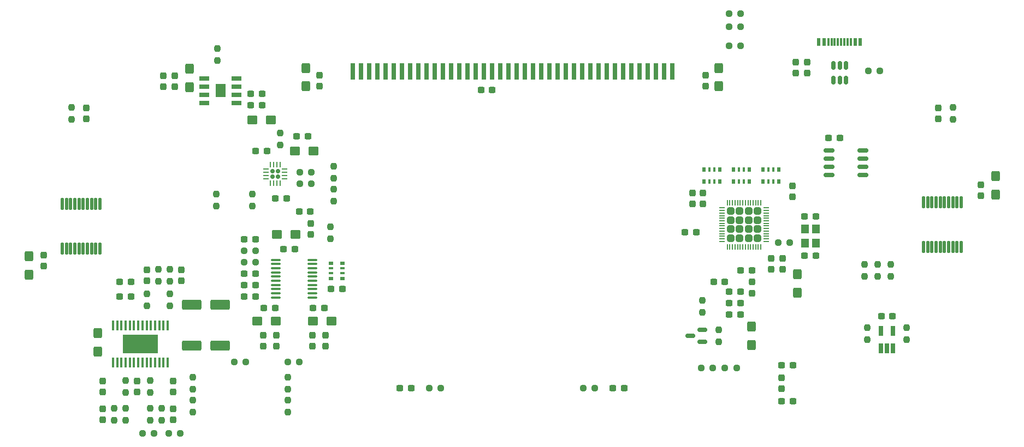
<source format=gbp>
%TF.GenerationSoftware,KiCad,Pcbnew,(6.0.7)*%
%TF.CreationDate,2023-03-31T21:06:09+02:00*%
%TF.ProjectId,airboy,61697262-6f79-42e6-9b69-6361645f7063,rev?*%
%TF.SameCoordinates,Original*%
%TF.FileFunction,Paste,Bot*%
%TF.FilePolarity,Positive*%
%FSLAX46Y46*%
G04 Gerber Fmt 4.6, Leading zero omitted, Abs format (unit mm)*
G04 Created by KiCad (PCBNEW (6.0.7)) date 2023-03-31 21:06:09*
%MOMM*%
%LPD*%
G01*
G04 APERTURE LIST*
G04 Aperture macros list*
%AMRoundRect*
0 Rectangle with rounded corners*
0 $1 Rounding radius*
0 $2 $3 $4 $5 $6 $7 $8 $9 X,Y pos of 4 corners*
0 Add a 4 corners polygon primitive as box body*
4,1,4,$2,$3,$4,$5,$6,$7,$8,$9,$2,$3,0*
0 Add four circle primitives for the rounded corners*
1,1,$1+$1,$2,$3*
1,1,$1+$1,$4,$5*
1,1,$1+$1,$6,$7*
1,1,$1+$1,$8,$9*
0 Add four rect primitives between the rounded corners*
20,1,$1+$1,$2,$3,$4,$5,0*
20,1,$1+$1,$4,$5,$6,$7,0*
20,1,$1+$1,$6,$7,$8,$9,0*
20,1,$1+$1,$8,$9,$2,$3,0*%
G04 Aperture macros list end*
%ADD10RoundRect,0.237500X0.300000X0.237500X-0.300000X0.237500X-0.300000X-0.237500X0.300000X-0.237500X0*%
%ADD11RoundRect,0.237500X-0.237500X0.287500X-0.237500X-0.287500X0.237500X-0.287500X0.237500X0.287500X0*%
%ADD12RoundRect,0.237500X-0.250000X-0.237500X0.250000X-0.237500X0.250000X0.237500X-0.250000X0.237500X0*%
%ADD13RoundRect,0.237500X0.237500X-0.250000X0.237500X0.250000X-0.237500X0.250000X-0.237500X-0.250000X0*%
%ADD14R,0.450000X1.500000*%
%ADD15R,5.500000X3.000000*%
%ADD16RoundRect,0.237500X-0.300000X-0.237500X0.300000X-0.237500X0.300000X0.237500X-0.300000X0.237500X0*%
%ADD17RoundRect,0.237500X-0.237500X0.250000X-0.237500X-0.250000X0.237500X-0.250000X0.237500X0.250000X0*%
%ADD18RoundRect,0.237500X0.250000X0.237500X-0.250000X0.237500X-0.250000X-0.237500X0.250000X-0.237500X0*%
%ADD19RoundRect,0.250000X0.425000X-0.537500X0.425000X0.537500X-0.425000X0.537500X-0.425000X-0.537500X0*%
%ADD20RoundRect,0.237500X0.237500X-0.300000X0.237500X0.300000X-0.237500X0.300000X-0.237500X-0.300000X0*%
%ADD21RoundRect,0.237500X-0.237500X0.300000X-0.237500X-0.300000X0.237500X-0.300000X0.237500X0.300000X0*%
%ADD22RoundRect,0.250000X0.315000X-0.315000X0.315000X0.315000X-0.315000X0.315000X-0.315000X-0.315000X0*%
%ADD23RoundRect,0.050000X0.050000X-0.387500X0.050000X0.387500X-0.050000X0.387500X-0.050000X-0.387500X0*%
%ADD24RoundRect,0.050000X0.387500X-0.050000X0.387500X0.050000X-0.387500X0.050000X-0.387500X-0.050000X0*%
%ADD25RoundRect,0.100000X-0.637500X-0.100000X0.637500X-0.100000X0.637500X0.100000X-0.637500X0.100000X0*%
%ADD26RoundRect,0.237500X0.237500X-0.287500X0.237500X0.287500X-0.237500X0.287500X-0.237500X-0.287500X0*%
%ADD27RoundRect,0.125000X-0.125000X0.825000X-0.125000X-0.825000X0.125000X-0.825000X0.125000X0.825000X0*%
%ADD28R,0.600000X1.160000*%
%ADD29R,0.300000X1.160000*%
%ADD30RoundRect,0.125000X0.125000X-0.825000X0.125000X0.825000X-0.125000X0.825000X-0.125000X-0.825000X0*%
%ADD31R,0.800000X0.500000*%
%ADD32R,0.800000X0.400000*%
%ADD33RoundRect,0.150000X-0.150000X0.512500X-0.150000X-0.512500X0.150000X-0.512500X0.150000X0.512500X0*%
%ADD34R,0.800000X2.500000*%
%ADD35R,0.500000X0.800000*%
%ADD36R,0.400000X0.800000*%
%ADD37RoundRect,0.250000X-1.250000X-0.550000X1.250000X-0.550000X1.250000X0.550000X-1.250000X0.550000X0*%
%ADD38RoundRect,0.250000X-0.537500X-0.425000X0.537500X-0.425000X0.537500X0.425000X-0.537500X0.425000X0*%
%ADD39RoundRect,0.160000X0.160000X-0.160000X0.160000X0.160000X-0.160000X0.160000X-0.160000X-0.160000X0*%
%ADD40RoundRect,0.062500X0.062500X-0.375000X0.062500X0.375000X-0.062500X0.375000X-0.062500X-0.375000X0*%
%ADD41RoundRect,0.062500X0.375000X-0.062500X0.375000X0.062500X-0.375000X0.062500X-0.375000X-0.062500X0*%
%ADD42RoundRect,0.250000X0.537500X0.425000X-0.537500X0.425000X-0.537500X-0.425000X0.537500X-0.425000X0*%
%ADD43R,0.650000X1.560000*%
%ADD44RoundRect,0.250000X-0.425000X0.537500X-0.425000X-0.537500X0.425000X-0.537500X0.425000X0.537500X0*%
%ADD45R,1.505000X0.802000*%
%ADD46R,1.567800X2.101200*%
%ADD47RoundRect,0.150000X0.587500X0.150000X-0.587500X0.150000X-0.587500X-0.150000X0.587500X-0.150000X0*%
%ADD48RoundRect,0.150000X0.675000X0.150000X-0.675000X0.150000X-0.675000X-0.150000X0.675000X-0.150000X0*%
%ADD49R,1.200000X1.400000*%
G04 APERTURE END LIST*
D10*
%TO.C,C52*%
X112368500Y-74930000D03*
X110643500Y-74930000D03*
%TD*%
D11*
%TO.C,L2*%
X192938400Y-117235000D03*
X192938400Y-118985000D03*
%TD*%
D10*
%TO.C,C12*%
X194664500Y-115316000D03*
X192939500Y-115316000D03*
%TD*%
D12*
%TO.C,R8*%
X192381500Y-96266000D03*
X194206500Y-96266000D03*
%TD*%
D13*
%TO.C,R35*%
X115189000Y-81100300D03*
X115189000Y-79275300D03*
%TD*%
D14*
%TO.C,U7*%
X89279400Y-109107400D03*
X89929400Y-109107400D03*
X90579400Y-109107400D03*
X91229400Y-109107400D03*
X91879400Y-109107400D03*
X92529400Y-109107400D03*
X93179400Y-109107400D03*
X93829400Y-109107400D03*
X94479400Y-109107400D03*
X95129400Y-109107400D03*
X95779400Y-109107400D03*
X96429400Y-109107400D03*
X97079400Y-109107400D03*
X97729400Y-109107400D03*
X97729400Y-114907400D03*
X97079400Y-114907400D03*
X96429400Y-114907400D03*
X95779400Y-114907400D03*
X95129400Y-114907400D03*
X94479400Y-114907400D03*
X93829400Y-114907400D03*
X93179400Y-114907400D03*
X92529400Y-114907400D03*
X91879400Y-114907400D03*
X91229400Y-114907400D03*
X90579400Y-114907400D03*
X89929400Y-114907400D03*
X89279400Y-114907400D03*
D15*
X93504400Y-112007400D03*
%TD*%
D10*
%TO.C,C10*%
X179678500Y-94615000D03*
X177953500Y-94615000D03*
%TD*%
D16*
%TO.C,C53*%
X110643500Y-73152000D03*
X112368500Y-73152000D03*
%TD*%
D17*
%TO.C,R13*%
X116332000Y-117197500D03*
X116332000Y-119022500D03*
%TD*%
D18*
%TO.C,R23*%
X111402500Y-97536000D03*
X109577500Y-97536000D03*
%TD*%
D19*
%TO.C,C69*%
X183134000Y-71998700D03*
X183134000Y-69123700D03*
%TD*%
D16*
%TO.C,C33*%
X123089500Y-103479600D03*
X124814500Y-103479600D03*
%TD*%
D18*
%TO.C,R24*%
X99718500Y-125878000D03*
X97893500Y-125878000D03*
%TD*%
D10*
%TO.C,C15*%
X198220500Y-92202000D03*
X196495500Y-92202000D03*
%TD*%
D20*
%TO.C,C45*%
X87630000Y-123798500D03*
X87630000Y-122073500D03*
%TD*%
D12*
%TO.C,R47*%
X116332000Y-114808000D03*
X118157000Y-114808000D03*
%TD*%
D10*
%TO.C,C3*%
X186536500Y-107442000D03*
X184811500Y-107442000D03*
%TD*%
D17*
%TO.C,R48*%
X105410000Y-66143500D03*
X105410000Y-67968500D03*
%TD*%
D10*
%TO.C,C35*%
X109627500Y-95758000D03*
X111352500Y-95758000D03*
%TD*%
D17*
%TO.C,R4*%
X180594000Y-105259500D03*
X180594000Y-107084500D03*
%TD*%
D20*
%TO.C,C39*%
X92964000Y-119480500D03*
X92964000Y-117755500D03*
%TD*%
D21*
%TO.C,C21*%
X78486000Y-98197500D03*
X78486000Y-99922500D03*
%TD*%
D20*
%TO.C,C66*%
X121285000Y-71982500D03*
X121285000Y-70257500D03*
%TD*%
%TO.C,C58*%
X195072000Y-69950500D03*
X195072000Y-68225500D03*
%TD*%
D12*
%TO.C,R6*%
X162155500Y-118872000D03*
X163980500Y-118872000D03*
%TD*%
D22*
%TO.C,U2*%
X189200000Y-91372000D03*
X185000000Y-92772000D03*
X189200000Y-95572000D03*
X185000000Y-94172000D03*
X186400000Y-92772000D03*
X189200000Y-94172000D03*
X185000000Y-91372000D03*
X189200000Y-92772000D03*
X185000000Y-95572000D03*
X186400000Y-94172000D03*
X186400000Y-91372000D03*
X186400000Y-95572000D03*
X187800000Y-95572000D03*
X187800000Y-91372000D03*
X187800000Y-92772000D03*
X187800000Y-94172000D03*
D23*
X189700000Y-96909500D03*
X189300000Y-96909500D03*
X188900000Y-96909500D03*
X188500000Y-96909500D03*
X188100000Y-96909500D03*
X187700000Y-96909500D03*
X187300000Y-96909500D03*
X186900000Y-96909500D03*
X186500000Y-96909500D03*
X186100000Y-96909500D03*
X185700000Y-96909500D03*
X185300000Y-96909500D03*
X184900000Y-96909500D03*
X184500000Y-96909500D03*
D24*
X183662500Y-96072000D03*
X183662500Y-95672000D03*
X183662500Y-95272000D03*
X183662500Y-94872000D03*
X183662500Y-94472000D03*
X183662500Y-94072000D03*
X183662500Y-93672000D03*
X183662500Y-93272000D03*
X183662500Y-92872000D03*
X183662500Y-92472000D03*
X183662500Y-92072000D03*
X183662500Y-91672000D03*
X183662500Y-91272000D03*
X183662500Y-90872000D03*
D23*
X184500000Y-90034500D03*
X184900000Y-90034500D03*
X185300000Y-90034500D03*
X185700000Y-90034500D03*
X186100000Y-90034500D03*
X186500000Y-90034500D03*
X186900000Y-90034500D03*
X187300000Y-90034500D03*
X187700000Y-90034500D03*
X188100000Y-90034500D03*
X188500000Y-90034500D03*
X188900000Y-90034500D03*
X189300000Y-90034500D03*
X189700000Y-90034500D03*
D24*
X190537500Y-90872000D03*
X190537500Y-91272000D03*
X190537500Y-91672000D03*
X190537500Y-92072000D03*
X190537500Y-92472000D03*
X190537500Y-92872000D03*
X190537500Y-93272000D03*
X190537500Y-93672000D03*
X190537500Y-94072000D03*
X190537500Y-94472000D03*
X190537500Y-94872000D03*
X190537500Y-95272000D03*
X190537500Y-95672000D03*
X190537500Y-96072000D03*
%TD*%
D10*
%TO.C,C41*%
X92048500Y-104648000D03*
X90323500Y-104648000D03*
%TD*%
D25*
%TO.C,U6*%
X114485500Y-104779000D03*
X114485500Y-104129000D03*
X114485500Y-103479000D03*
X114485500Y-102829000D03*
X114485500Y-102179000D03*
X114485500Y-101529000D03*
X114485500Y-100879000D03*
X114485500Y-100229000D03*
X114485500Y-99579000D03*
X114485500Y-98929000D03*
X120210500Y-98929000D03*
X120210500Y-99579000D03*
X120210500Y-100229000D03*
X120210500Y-100879000D03*
X120210500Y-101529000D03*
X120210500Y-102179000D03*
X120210500Y-102829000D03*
X120210500Y-103479000D03*
X120210500Y-104129000D03*
X120210500Y-104779000D03*
%TD*%
D26*
%TO.C,FB2*%
X120142000Y-112381000D03*
X120142000Y-110631000D03*
%TD*%
D17*
%TO.C,R34*%
X110886000Y-88734500D03*
X110886000Y-90559500D03*
%TD*%
D13*
%TO.C,R20*%
X219456000Y-77112500D03*
X219456000Y-75287500D03*
%TD*%
D16*
%TO.C,C46*%
X117755500Y-79756000D03*
X119480500Y-79756000D03*
%TD*%
D18*
%TO.C,R22*%
X111402500Y-99314000D03*
X109577500Y-99314000D03*
%TD*%
D19*
%TO.C,C43*%
X86868000Y-113197500D03*
X86868000Y-110322500D03*
%TD*%
D27*
%TO.C,U4*%
X81403000Y-90226000D03*
X82053000Y-90226000D03*
X82703000Y-90226000D03*
X83353000Y-90226000D03*
X84003000Y-90226000D03*
X84653000Y-90226000D03*
X85303000Y-90226000D03*
X85953000Y-90226000D03*
X86603000Y-90226000D03*
X87253000Y-90226000D03*
X87253000Y-97226000D03*
X86603000Y-97226000D03*
X85953000Y-97226000D03*
X85303000Y-97226000D03*
X84653000Y-97226000D03*
X84003000Y-97226000D03*
X83353000Y-97226000D03*
X82703000Y-97226000D03*
X82053000Y-97226000D03*
X81403000Y-97226000D03*
%TD*%
D17*
%TO.C,R28*%
X91186000Y-117705500D03*
X91186000Y-119530500D03*
%TD*%
D16*
%TO.C,C14*%
X196495500Y-98298000D03*
X198220500Y-98298000D03*
%TD*%
D21*
%TO.C,C48*%
X196850000Y-68225500D03*
X196850000Y-69950500D03*
%TD*%
D28*
%TO.C,J6*%
X198700000Y-65085000D03*
X199500000Y-65085000D03*
D29*
X200650000Y-65085000D03*
X201650000Y-65085000D03*
X202150000Y-65085000D03*
X203150000Y-65085000D03*
D28*
X204300000Y-65085000D03*
X205100000Y-65085000D03*
X205100000Y-65085000D03*
X204300000Y-65085000D03*
D29*
X203650000Y-65085000D03*
X202650000Y-65085000D03*
X201150000Y-65085000D03*
X200150000Y-65085000D03*
D28*
X199500000Y-65085000D03*
X198700000Y-65085000D03*
%TD*%
D11*
%TO.C,FB3*%
X119888000Y-93257400D03*
X119888000Y-95007400D03*
%TD*%
D18*
%TO.C,R38*%
X186586500Y-60706000D03*
X184761500Y-60706000D03*
%TD*%
D30*
%TO.C,U5*%
X220766071Y-96972000D03*
X220116071Y-96972000D03*
X219466071Y-96972000D03*
X218816071Y-96972000D03*
X218166071Y-96972000D03*
X217516071Y-96972000D03*
X216866071Y-96972000D03*
X216216071Y-96972000D03*
X215566071Y-96972000D03*
X214916071Y-96972000D03*
X214916071Y-89972000D03*
X215566071Y-89972000D03*
X216216071Y-89972000D03*
X216866071Y-89972000D03*
X217516071Y-89972000D03*
X218166071Y-89972000D03*
X218816071Y-89972000D03*
X219466071Y-89972000D03*
X220116071Y-89972000D03*
X220766071Y-89972000D03*
%TD*%
D21*
%TO.C,C17*%
X179070000Y-88545500D03*
X179070000Y-90270500D03*
%TD*%
D26*
%TO.C,L1*%
X188341000Y-104112000D03*
X188341000Y-102362000D03*
%TD*%
D12*
%TO.C,R36*%
X206351500Y-69596000D03*
X208176500Y-69596000D03*
%TD*%
D17*
%TO.C,R14*%
X116332000Y-120753500D03*
X116332000Y-122578500D03*
%TD*%
D13*
%TO.C,R43*%
X123444000Y-86256500D03*
X123444000Y-84431500D03*
%TD*%
D17*
%TO.C,R29*%
X94996000Y-117705500D03*
X94996000Y-119530500D03*
%TD*%
D31*
%TO.C,RN4*%
X123052000Y-101834800D03*
D32*
X123052000Y-101034800D03*
X123052000Y-100234800D03*
D31*
X123052000Y-99434800D03*
X124852000Y-99434800D03*
D32*
X124852000Y-100234800D03*
X124852000Y-101034800D03*
D31*
X124852000Y-101834800D03*
%TD*%
D10*
%TO.C,C65*%
X119861500Y-91440000D03*
X118136500Y-91440000D03*
%TD*%
D20*
%TO.C,C64*%
X122174000Y-112368500D03*
X122174000Y-110643500D03*
%TD*%
D17*
%TO.C,R31*%
X94996000Y-122023500D03*
X94996000Y-123848500D03*
%TD*%
D33*
%TO.C,U9*%
X200980000Y-68712500D03*
X201930000Y-68712500D03*
X202880000Y-68712500D03*
X202880000Y-70987500D03*
X201930000Y-70987500D03*
X200980000Y-70987500D03*
%TD*%
D21*
%TO.C,C23*%
X217170000Y-75337500D03*
X217170000Y-77062500D03*
%TD*%
D19*
%TO.C,C20*%
X226060000Y-88813500D03*
X226060000Y-85938500D03*
%TD*%
D12*
%TO.C,R39*%
X184761500Y-65684400D03*
X186586500Y-65684400D03*
%TD*%
D17*
%TO.C,R41*%
X122936000Y-93829500D03*
X122936000Y-95654500D03*
%TD*%
D21*
%TO.C,C57*%
X98806000Y-70308300D03*
X98806000Y-72033300D03*
%TD*%
D20*
%TO.C,C59*%
X98552000Y-123798500D03*
X98552000Y-122073500D03*
%TD*%
D34*
%TO.C,J1*%
X175965000Y-69680000D03*
X174695000Y-69680000D03*
X173425000Y-69680000D03*
X172155000Y-69680000D03*
X170885000Y-69680000D03*
X169615000Y-69680000D03*
X168345000Y-69680000D03*
X167075000Y-69680000D03*
X165805000Y-69680000D03*
X164535000Y-69680000D03*
X163265000Y-69680000D03*
X161995000Y-69680000D03*
X160725000Y-69680000D03*
X159455000Y-69680000D03*
X158185000Y-69680000D03*
X156915000Y-69680000D03*
X155645000Y-69680000D03*
X154375000Y-69680000D03*
X153105000Y-69680000D03*
X151835000Y-69680000D03*
X150565000Y-69680000D03*
X149295000Y-69680000D03*
X148025000Y-69680000D03*
X146755000Y-69680000D03*
X145485000Y-69680000D03*
X144215000Y-69680000D03*
X142945000Y-69680000D03*
X141675000Y-69680000D03*
X140405000Y-69680000D03*
X139135000Y-69680000D03*
X137865000Y-69680000D03*
X136595000Y-69680000D03*
X135325000Y-69680000D03*
X134055000Y-69680000D03*
X132785000Y-69680000D03*
X131515000Y-69680000D03*
X130245000Y-69680000D03*
X128975000Y-69680000D03*
X127705000Y-69680000D03*
X126435000Y-69680000D03*
%TD*%
D35*
%TO.C,RN3*%
X190062000Y-84952000D03*
D36*
X190862000Y-84952000D03*
X191662000Y-84952000D03*
D35*
X192462000Y-84952000D03*
X192462000Y-86752000D03*
D36*
X191662000Y-86752000D03*
X190862000Y-86752000D03*
D35*
X190062000Y-86752000D03*
%TD*%
D17*
%TO.C,R15*%
X101600000Y-117197500D03*
X101600000Y-119022500D03*
%TD*%
D21*
%TO.C,C44*%
X98552000Y-117755500D03*
X98552000Y-119480500D03*
%TD*%
D10*
%TO.C,C36*%
X111352500Y-101092000D03*
X109627500Y-101092000D03*
%TD*%
D12*
%TO.C,R33*%
X118213500Y-85344000D03*
X120038500Y-85344000D03*
%TD*%
D13*
%TO.C,R42*%
X123444000Y-89812500D03*
X123444000Y-87987500D03*
%TD*%
D21*
%TO.C,C42*%
X87630000Y-117755500D03*
X87630000Y-119480500D03*
%TD*%
D19*
%TO.C,C56*%
X101092000Y-72100300D03*
X101092000Y-69225300D03*
%TD*%
D17*
%TO.C,R30*%
X91186000Y-122023500D03*
X91186000Y-123848500D03*
%TD*%
D19*
%TO.C,C67*%
X119126000Y-71998700D03*
X119126000Y-69123700D03*
%TD*%
D20*
%TO.C,C34*%
X112522000Y-112368500D03*
X112522000Y-110643500D03*
%TD*%
D21*
%TO.C,C7*%
X193040000Y-98705500D03*
X193040000Y-100430500D03*
%TD*%
D12*
%TO.C,R40*%
X184761500Y-62738000D03*
X186586500Y-62738000D03*
%TD*%
D20*
%TO.C,C11*%
X194564000Y-89154000D03*
X194564000Y-87429000D03*
%TD*%
D13*
%TO.C,R5*%
X183134000Y-111656500D03*
X183134000Y-109831500D03*
%TD*%
D37*
%TO.C,C61*%
X101432000Y-112268000D03*
X105832000Y-112268000D03*
%TD*%
D38*
%TO.C,C47*%
X117434500Y-82042000D03*
X120309500Y-82042000D03*
%TD*%
D39*
%TO.C,U8*%
X114808000Y-85198000D03*
X114008000Y-85998000D03*
X114008000Y-85198000D03*
X114808000Y-85998000D03*
D40*
X115158000Y-87035500D03*
X114658000Y-87035500D03*
X114158000Y-87035500D03*
X113658000Y-87035500D03*
D41*
X112970500Y-86348000D03*
X112970500Y-85848000D03*
X112970500Y-85348000D03*
X112970500Y-84848000D03*
D40*
X113658000Y-84160500D03*
X114158000Y-84160500D03*
X114658000Y-84160500D03*
X115158000Y-84160500D03*
D41*
X115845500Y-84848000D03*
X115845500Y-85348000D03*
X115845500Y-85848000D03*
X115845500Y-86348000D03*
%TD*%
D13*
%TO.C,R21*%
X82804000Y-77112500D03*
X82804000Y-75287500D03*
%TD*%
D42*
%TO.C,C27*%
X114467500Y-108458000D03*
X111592500Y-108458000D03*
%TD*%
D17*
%TO.C,R32*%
X105298000Y-88734500D03*
X105298000Y-90559500D03*
%TD*%
%TO.C,R10*%
X212278000Y-109483500D03*
X212278000Y-111308500D03*
%TD*%
D16*
%TO.C,C1*%
X200220500Y-80010000D03*
X201945500Y-80010000D03*
%TD*%
D10*
%TO.C,C29*%
X117448500Y-97282000D03*
X115723500Y-97282000D03*
%TD*%
D43*
%TO.C,U3*%
X210180000Y-112682000D03*
X209230000Y-112682000D03*
X208280000Y-112682000D03*
X208280000Y-109982000D03*
X210180000Y-109982000D03*
%TD*%
D10*
%TO.C,C18*%
X210092500Y-107696000D03*
X208367500Y-107696000D03*
%TD*%
D16*
%TO.C,C26*%
X120295500Y-106426000D03*
X122020500Y-106426000D03*
%TD*%
D10*
%TO.C,C49*%
X113130500Y-82042000D03*
X111405500Y-82042000D03*
%TD*%
%TO.C,C4*%
X186536500Y-105664000D03*
X184811500Y-105664000D03*
%TD*%
%TO.C,C51*%
X184123500Y-102362000D03*
X182398500Y-102362000D03*
%TD*%
D26*
%TO.C,FB1*%
X114554000Y-112381000D03*
X114554000Y-110631000D03*
%TD*%
D20*
%TO.C,C38*%
X94488000Y-102208500D03*
X94488000Y-100483500D03*
%TD*%
D12*
%TO.C,R37*%
X118213500Y-87122000D03*
X120038500Y-87122000D03*
%TD*%
D20*
%TO.C,C68*%
X181102000Y-71982500D03*
X181102000Y-70257500D03*
%TD*%
D17*
%TO.C,R27*%
X96266000Y-100433500D03*
X96266000Y-102258500D03*
%TD*%
D44*
%TO.C,C19*%
X76200000Y-98384500D03*
X76200000Y-101259500D03*
%TD*%
D35*
%TO.C,RN1*%
X180918000Y-84952000D03*
D36*
X181718000Y-84952000D03*
X182518000Y-84952000D03*
D35*
X183318000Y-84952000D03*
X183318000Y-86752000D03*
D36*
X182518000Y-86752000D03*
X181718000Y-86752000D03*
D35*
X180918000Y-86752000D03*
%TD*%
D17*
%TO.C,R18*%
X209804000Y-99671500D03*
X209804000Y-101496500D03*
%TD*%
%TO.C,R16*%
X205740000Y-99671500D03*
X205740000Y-101496500D03*
%TD*%
%TO.C,R17*%
X207772000Y-99671500D03*
X207772000Y-101496500D03*
%TD*%
D16*
%TO.C,C30*%
X109627500Y-102870000D03*
X111352500Y-102870000D03*
%TD*%
D45*
%TO.C,U10*%
X108415500Y-70739000D03*
X108415500Y-72009000D03*
X108415500Y-73279000D03*
X108415500Y-74549000D03*
X103420500Y-74549000D03*
X103420500Y-73279000D03*
X103420500Y-72009000D03*
X103420500Y-70739000D03*
D46*
X105918000Y-72644000D03*
%TD*%
D10*
%TO.C,C2*%
X186536500Y-103886000D03*
X184811500Y-103886000D03*
%TD*%
D12*
%TO.C,R1*%
X184126500Y-115697000D03*
X185951500Y-115697000D03*
%TD*%
D21*
%TO.C,C9*%
X191262000Y-98705500D03*
X191262000Y-100430500D03*
%TD*%
D13*
%TO.C,R45*%
X96774000Y-123848500D03*
X96774000Y-122023500D03*
%TD*%
D17*
%TO.C,R11*%
X206182000Y-109483500D03*
X206182000Y-111308500D03*
%TD*%
D12*
%TO.C,R46*%
X108053500Y-114808000D03*
X109878500Y-114808000D03*
%TD*%
D17*
%TO.C,R26*%
X98044000Y-100433500D03*
X98044000Y-102258500D03*
%TD*%
D18*
%TO.C,R2*%
X182268500Y-115697000D03*
X180443500Y-115697000D03*
%TD*%
%TO.C,R7*%
X140104500Y-118872000D03*
X138279500Y-118872000D03*
%TD*%
D47*
%TO.C,Q1*%
X180617100Y-109794000D03*
X180617100Y-111694000D03*
X178742100Y-110744000D03*
%TD*%
D37*
%TO.C,C60*%
X101432000Y-105918000D03*
X105832000Y-105918000D03*
%TD*%
D21*
%TO.C,C24*%
X85090000Y-75337500D03*
X85090000Y-77062500D03*
%TD*%
D38*
%TO.C,C54*%
X110830500Y-77216000D03*
X113705500Y-77216000D03*
%TD*%
D17*
%TO.C,R12*%
X94488000Y-104243500D03*
X94488000Y-106068500D03*
%TD*%
D10*
%TO.C,C25*%
X114400500Y-106426000D03*
X112675500Y-106426000D03*
%TD*%
%TO.C,C8*%
X135482500Y-118872000D03*
X133757500Y-118872000D03*
%TD*%
D17*
%TO.C,R9*%
X98044000Y-104243500D03*
X98044000Y-106068500D03*
%TD*%
D38*
%TO.C,C28*%
X120228500Y-108458000D03*
X123103500Y-108458000D03*
%TD*%
D48*
%TO.C,U1*%
X205486000Y-81915000D03*
X205486000Y-83185000D03*
X205486000Y-84455000D03*
X205486000Y-85725000D03*
X200236000Y-85725000D03*
X200236000Y-84455000D03*
X200236000Y-83185000D03*
X200236000Y-81915000D03*
%TD*%
D21*
%TO.C,C16*%
X180721000Y-88545500D03*
X180721000Y-90270500D03*
%TD*%
D18*
%TO.C,R25*%
X95654500Y-125878000D03*
X93829500Y-125878000D03*
%TD*%
D10*
%TO.C,C5*%
X188314500Y-100584000D03*
X186589500Y-100584000D03*
%TD*%
%TO.C,C31*%
X111352500Y-104648000D03*
X109627500Y-104648000D03*
%TD*%
%TO.C,C70*%
X148030100Y-72542400D03*
X146305100Y-72542400D03*
%TD*%
D20*
%TO.C,C55*%
X97028000Y-72033300D03*
X97028000Y-70308300D03*
%TD*%
D49*
%TO.C,Y1*%
X196508000Y-96350000D03*
X196508000Y-94150000D03*
X198208000Y-94150000D03*
X198208000Y-96350000D03*
%TD*%
D13*
%TO.C,R44*%
X89408000Y-123848500D03*
X89408000Y-122023500D03*
%TD*%
D42*
%TO.C,C32*%
X117515500Y-94996000D03*
X114640500Y-94996000D03*
%TD*%
D35*
%TO.C,RN2*%
X185490000Y-84952000D03*
D36*
X186290000Y-84952000D03*
X187090000Y-84952000D03*
D35*
X187890000Y-84952000D03*
X187890000Y-86752000D03*
D36*
X187090000Y-86752000D03*
X186290000Y-86752000D03*
D35*
X185490000Y-86752000D03*
%TD*%
D10*
%TO.C,C40*%
X92048500Y-102362000D03*
X90323500Y-102362000D03*
%TD*%
D16*
%TO.C,C6*%
X166777500Y-118872000D03*
X168502500Y-118872000D03*
%TD*%
D44*
%TO.C,C63*%
X195326000Y-101178500D03*
X195326000Y-104053500D03*
%TD*%
D20*
%TO.C,C37*%
X99822000Y-102208500D03*
X99822000Y-100483500D03*
%TD*%
D16*
%TO.C,C50*%
X114453500Y-89408000D03*
X116178500Y-89408000D03*
%TD*%
D44*
%TO.C,C62*%
X188214000Y-109306500D03*
X188214000Y-112181500D03*
%TD*%
D20*
%TO.C,C22*%
X223774000Y-89000500D03*
X223774000Y-87275500D03*
%TD*%
D10*
%TO.C,C13*%
X194664500Y-120904000D03*
X192939500Y-120904000D03*
%TD*%
D17*
%TO.C,R19*%
X101600000Y-120753500D03*
X101600000Y-122578500D03*
%TD*%
M02*

</source>
